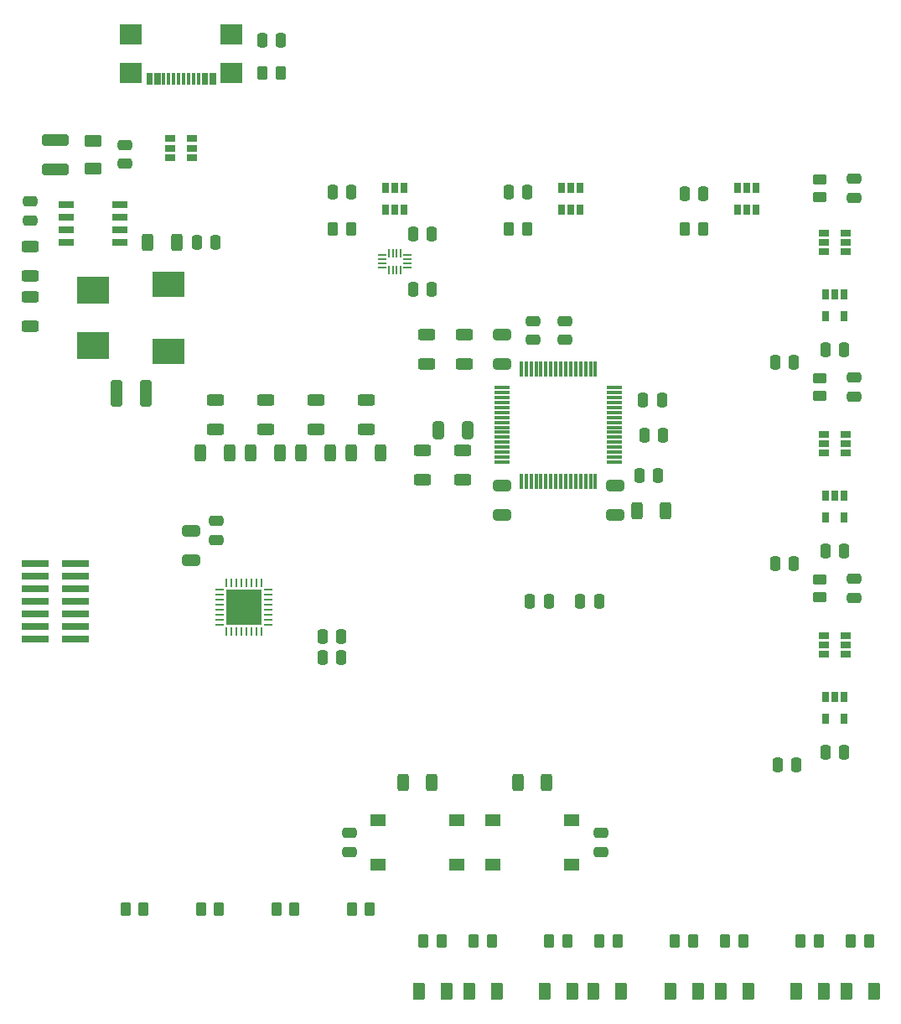
<source format=gtp>
%TF.GenerationSoftware,KiCad,Pcbnew,(5.99.0-12724-g8c8d66a181)*%
%TF.CreationDate,2021-10-09T23:30:49+02:00*%
%TF.ProjectId,MUXUS,4d555855-532e-46b6-9963-61645f706362,rev?*%
%TF.SameCoordinates,Original*%
%TF.FileFunction,Paste,Top*%
%TF.FilePolarity,Positive*%
%FSLAX46Y46*%
G04 Gerber Fmt 4.6, Leading zero omitted, Abs format (unit mm)*
G04 Created by KiCad (PCBNEW (5.99.0-12724-g8c8d66a181)) date 2021-10-09 23:30:49*
%MOMM*%
%LPD*%
G01*
G04 APERTURE LIST*
G04 Aperture macros list*
%AMRoundRect*
0 Rectangle with rounded corners*
0 $1 Rounding radius*
0 $2 $3 $4 $5 $6 $7 $8 $9 X,Y pos of 4 corners*
0 Add a 4 corners polygon primitive as box body*
4,1,4,$2,$3,$4,$5,$6,$7,$8,$9,$2,$3,0*
0 Add four circle primitives for the rounded corners*
1,1,$1+$1,$2,$3*
1,1,$1+$1,$4,$5*
1,1,$1+$1,$6,$7*
1,1,$1+$1,$8,$9*
0 Add four rect primitives between the rounded corners*
20,1,$1+$1,$2,$3,$4,$5,0*
20,1,$1+$1,$4,$5,$6,$7,0*
20,1,$1+$1,$6,$7,$8,$9,0*
20,1,$1+$1,$8,$9,$2,$3,0*%
G04 Aperture macros list end*
%ADD10RoundRect,0.250000X-0.250000X-0.475000X0.250000X-0.475000X0.250000X0.475000X-0.250000X0.475000X0*%
%ADD11RoundRect,0.250000X0.250000X0.475000X-0.250000X0.475000X-0.250000X-0.475000X0.250000X-0.475000X0*%
%ADD12RoundRect,0.250000X0.650000X-0.325000X0.650000X0.325000X-0.650000X0.325000X-0.650000X-0.325000X0*%
%ADD13RoundRect,0.250000X-0.325000X-0.650000X0.325000X-0.650000X0.325000X0.650000X-0.325000X0.650000X0*%
%ADD14RoundRect,0.250000X-0.650000X0.325000X-0.650000X-0.325000X0.650000X-0.325000X0.650000X0.325000X0*%
%ADD15RoundRect,0.250000X-0.475000X0.250000X-0.475000X-0.250000X0.475000X-0.250000X0.475000X0.250000X0*%
%ADD16RoundRect,0.250000X0.475000X-0.250000X0.475000X0.250000X-0.475000X0.250000X-0.475000X-0.250000X0*%
%ADD17RoundRect,0.250000X0.325000X1.100000X-0.325000X1.100000X-0.325000X-1.100000X0.325000X-1.100000X0*%
%ADD18RoundRect,0.250000X-0.375000X-0.625000X0.375000X-0.625000X0.375000X0.625000X-0.375000X0.625000X0*%
%ADD19R,3.300000X2.500000*%
%ADD20RoundRect,0.250000X0.625000X-0.375000X0.625000X0.375000X-0.625000X0.375000X-0.625000X-0.375000X0*%
%ADD21R,3.200000X2.800000*%
%ADD22RoundRect,0.250000X0.262500X0.450000X-0.262500X0.450000X-0.262500X-0.450000X0.262500X-0.450000X0*%
%ADD23RoundRect,0.250000X-0.625000X0.312500X-0.625000X-0.312500X0.625000X-0.312500X0.625000X0.312500X0*%
%ADD24RoundRect,0.250000X-0.312500X-0.625000X0.312500X-0.625000X0.312500X0.625000X-0.312500X0.625000X0*%
%ADD25RoundRect,0.250000X0.625000X-0.312500X0.625000X0.312500X-0.625000X0.312500X-0.625000X-0.312500X0*%
%ADD26RoundRect,0.250000X-0.262500X-0.450000X0.262500X-0.450000X0.262500X0.450000X-0.262500X0.450000X0*%
%ADD27RoundRect,0.250000X0.450000X-0.262500X0.450000X0.262500X-0.450000X0.262500X-0.450000X-0.262500X0*%
%ADD28RoundRect,0.250000X0.312500X0.625000X-0.312500X0.625000X-0.312500X-0.625000X0.312500X-0.625000X0*%
%ADD29R,1.550000X1.300000*%
%ADD30R,1.060000X0.650000*%
%ADD31R,0.650000X1.060000*%
%ADD32R,0.200000X0.850000*%
%ADD33R,0.850000X0.200000*%
%ADD34R,2.790000X0.740000*%
%ADD35R,1.525000X0.650000*%
%ADD36RoundRect,0.075000X0.700000X0.075000X-0.700000X0.075000X-0.700000X-0.075000X0.700000X-0.075000X0*%
%ADD37RoundRect,0.075000X0.075000X0.700000X-0.075000X0.700000X-0.075000X-0.700000X0.075000X-0.700000X0*%
%ADD38R,0.850000X0.250000*%
%ADD39R,0.250000X0.850000*%
%ADD40R,3.600000X3.600000*%
%ADD41RoundRect,0.250000X-1.100000X0.325000X-1.100000X-0.325000X1.100000X-0.325000X1.100000X0.325000X0*%
%ADD42R,0.300000X1.150000*%
%ADD43R,2.180000X2.000000*%
G04 APERTURE END LIST*
D10*
X68265000Y-73660000D03*
X70165000Y-73660000D03*
X73345000Y-73660000D03*
X75245000Y-73660000D03*
D11*
X43114000Y-17018000D03*
X41214000Y-17018000D03*
D12*
X76835000Y-64975000D03*
X76835000Y-62025000D03*
D13*
X58977000Y-56388000D03*
X61927000Y-56388000D03*
D14*
X65405000Y-46785000D03*
X65405000Y-49735000D03*
D12*
X65405000Y-64975000D03*
X65405000Y-62025000D03*
D11*
X81722000Y-56896000D03*
X79822000Y-56896000D03*
X81595000Y-53340000D03*
X79695000Y-53340000D03*
D15*
X71755000Y-45405000D03*
X71755000Y-47305000D03*
X68580000Y-45405000D03*
X68580000Y-47305000D03*
D16*
X100965000Y-73340000D03*
X100965000Y-71440000D03*
D10*
X48326000Y-32385000D03*
X50226000Y-32385000D03*
X56454000Y-42164000D03*
X58354000Y-42164000D03*
X93284000Y-90170000D03*
X95184000Y-90170000D03*
X98110000Y-88900000D03*
X100010000Y-88900000D03*
X47310000Y-77216000D03*
X49210000Y-77216000D03*
D16*
X100965000Y-53020000D03*
X100965000Y-51120000D03*
D10*
X66106000Y-32385000D03*
X68006000Y-32385000D03*
D16*
X75438000Y-98994000D03*
X75438000Y-97094000D03*
X50038000Y-98994000D03*
X50038000Y-97094000D03*
D10*
X93030000Y-69850000D03*
X94930000Y-69850000D03*
D15*
X27305000Y-27625000D03*
X27305000Y-29525000D03*
D10*
X98110000Y-68580000D03*
X100010000Y-68580000D03*
D11*
X36510000Y-37465000D03*
X34610000Y-37465000D03*
D16*
X17780000Y-35240000D03*
X17780000Y-33340000D03*
X100965000Y-32954000D03*
X100965000Y-31054000D03*
D10*
X83886000Y-32512000D03*
X85786000Y-32512000D03*
X93030000Y-49530000D03*
X94930000Y-49530000D03*
D17*
X29415000Y-52705000D03*
X26465000Y-52705000D03*
D10*
X98110000Y-48260000D03*
X100010000Y-48260000D03*
D18*
X100200000Y-113030000D03*
X103000000Y-113030000D03*
X95120000Y-113030000D03*
X97920000Y-113030000D03*
X87500000Y-113030000D03*
X90300000Y-113030000D03*
X82420000Y-113030000D03*
X85220000Y-113030000D03*
X74670000Y-113030000D03*
X77470000Y-113030000D03*
X69720000Y-113030000D03*
X72520000Y-113030000D03*
X62100000Y-113030000D03*
X64900000Y-113030000D03*
X57020000Y-113030000D03*
X59820000Y-113030000D03*
D19*
X31750000Y-41685000D03*
X31750000Y-48485000D03*
D20*
X24130000Y-29975000D03*
X24130000Y-27175000D03*
D21*
X24130000Y-42285000D03*
X24130000Y-47885000D03*
D22*
X43076500Y-20320000D03*
X41251500Y-20320000D03*
D23*
X57404000Y-58481500D03*
X57404000Y-61406500D03*
D24*
X79055500Y-64516000D03*
X81980500Y-64516000D03*
D22*
X97432500Y-107950000D03*
X95607500Y-107950000D03*
X89812500Y-107950000D03*
X87987500Y-107950000D03*
X84732500Y-107950000D03*
X82907500Y-107950000D03*
X77112500Y-107950000D03*
X75287500Y-107950000D03*
X72032500Y-107950000D03*
X70207500Y-107950000D03*
X64412500Y-107950000D03*
X62587500Y-107950000D03*
D25*
X36449000Y-56326500D03*
X36449000Y-53401500D03*
X41529000Y-56326500D03*
X41529000Y-53401500D03*
D22*
X59332500Y-107950000D03*
X57507500Y-107950000D03*
D26*
X48363500Y-36068000D03*
X50188500Y-36068000D03*
D23*
X57785000Y-46797500D03*
X57785000Y-49722500D03*
D24*
X67037505Y-91948000D03*
X69962505Y-91948000D03*
D27*
X97536000Y-52982500D03*
X97536000Y-51157500D03*
D26*
X66143500Y-36068000D03*
X67968500Y-36068000D03*
D24*
X55433500Y-91948000D03*
X58358500Y-91948000D03*
D26*
X27385000Y-104775000D03*
X29210000Y-104775000D03*
X35005000Y-104775000D03*
X36830000Y-104775000D03*
X42625000Y-104775000D03*
X44450000Y-104775000D03*
X50245000Y-104775000D03*
X52070000Y-104775000D03*
D28*
X32577500Y-37465000D03*
X29652500Y-37465000D03*
D27*
X97536000Y-32916500D03*
X97536000Y-31091500D03*
D26*
X83923500Y-36068000D03*
X85748500Y-36068000D03*
D25*
X17780000Y-45912500D03*
X17780000Y-42987500D03*
X17780000Y-40832500D03*
X17780000Y-37907500D03*
D29*
X60871000Y-95794000D03*
X52921000Y-95794000D03*
X60871000Y-100294000D03*
X52921000Y-100294000D03*
D30*
X34120000Y-28890000D03*
X34120000Y-27940000D03*
X34120000Y-26990000D03*
X31920000Y-26990000D03*
X31920000Y-27940000D03*
X31920000Y-28890000D03*
X100160000Y-79055000D03*
X100160000Y-78105000D03*
X100160000Y-77155000D03*
X97960000Y-77155000D03*
X97960000Y-78105000D03*
X97960000Y-79055000D03*
D31*
X55560000Y-31920000D03*
X54610000Y-31920000D03*
X53660000Y-31920000D03*
X53660000Y-34120000D03*
X54610000Y-34120000D03*
X55560000Y-34120000D03*
X100010000Y-83355000D03*
X99060000Y-83355000D03*
X98110000Y-83355000D03*
X98110000Y-85555000D03*
X100010000Y-85555000D03*
D32*
X55210000Y-38520000D03*
X54810000Y-38520000D03*
X54410000Y-38520000D03*
X54010000Y-38520000D03*
D33*
X53360000Y-38770000D03*
X53360000Y-39170000D03*
X53360000Y-39570000D03*
X53360000Y-39970000D03*
D32*
X54010000Y-40220000D03*
X54410000Y-40220000D03*
X54810000Y-40220000D03*
X55210000Y-40220000D03*
D33*
X55860000Y-39970000D03*
X55860000Y-39570000D03*
X55860000Y-39170000D03*
X55860000Y-38770000D03*
D31*
X73340000Y-31920000D03*
X72390000Y-31920000D03*
X71440000Y-31920000D03*
X71440000Y-34120000D03*
X72390000Y-34120000D03*
X73340000Y-34120000D03*
X91120000Y-31920000D03*
X90170000Y-31920000D03*
X89220000Y-31920000D03*
X89220000Y-34120000D03*
X90170000Y-34120000D03*
X91120000Y-34120000D03*
D29*
X64525005Y-95794000D03*
X72475005Y-95794000D03*
X72475005Y-100294000D03*
X64525005Y-100294000D03*
D34*
X18285000Y-69850000D03*
X22355000Y-69850000D03*
X18285000Y-71120000D03*
X22355000Y-71120000D03*
X18285000Y-72390000D03*
X22355000Y-72390000D03*
X18285000Y-73660000D03*
X22355000Y-73660000D03*
X18285000Y-74930000D03*
X22355000Y-74930000D03*
X18285000Y-76200000D03*
X22355000Y-76200000D03*
X18285000Y-77470000D03*
X22355000Y-77470000D03*
D35*
X21418000Y-33655000D03*
X21418000Y-34925000D03*
X21418000Y-36195000D03*
X21418000Y-37465000D03*
X26842000Y-37465000D03*
X26842000Y-36195000D03*
X26842000Y-34925000D03*
X26842000Y-33655000D03*
D22*
X102512500Y-107950000D03*
X100687500Y-107950000D03*
D23*
X61468000Y-58481500D03*
X61468000Y-61406500D03*
D30*
X100160000Y-38415000D03*
X100160000Y-37465000D03*
X100160000Y-36515000D03*
X97960000Y-36515000D03*
X97960000Y-37465000D03*
X97960000Y-38415000D03*
D31*
X100010000Y-42715000D03*
X99060000Y-42715000D03*
X98110000Y-42715000D03*
X98110000Y-44915000D03*
X100010000Y-44915000D03*
X100010000Y-63035000D03*
X99060000Y-63035000D03*
X98110000Y-63035000D03*
X98110000Y-65235000D03*
X100010000Y-65235000D03*
D30*
X100160000Y-58735000D03*
X100160000Y-57785000D03*
X100160000Y-56835000D03*
X97960000Y-56835000D03*
X97960000Y-57785000D03*
X97960000Y-58735000D03*
D23*
X61595000Y-46797500D03*
X61595000Y-49722500D03*
D28*
X37911500Y-58674000D03*
X34986500Y-58674000D03*
D10*
X47310000Y-79375000D03*
X49210000Y-79375000D03*
X56454000Y-36576000D03*
X58354000Y-36576000D03*
D27*
X97536000Y-73302500D03*
X97536000Y-71477500D03*
D36*
X76795000Y-59630000D03*
X76795000Y-59130000D03*
X76795000Y-58630000D03*
X76795000Y-58130000D03*
X76795000Y-57630000D03*
X76795000Y-57130000D03*
X76795000Y-56630000D03*
X76795000Y-56130000D03*
X76795000Y-55630000D03*
X76795000Y-55130000D03*
X76795000Y-54630000D03*
X76795000Y-54130000D03*
X76795000Y-53630000D03*
X76795000Y-53130000D03*
X76795000Y-52630000D03*
X76795000Y-52130000D03*
D37*
X74870000Y-50205000D03*
X74370000Y-50205000D03*
X73870000Y-50205000D03*
X73370000Y-50205000D03*
X72870000Y-50205000D03*
X72370000Y-50205000D03*
X71870000Y-50205000D03*
X71370000Y-50205000D03*
X70870000Y-50205000D03*
X70370000Y-50205000D03*
X69870000Y-50205000D03*
X69370000Y-50205000D03*
X68870000Y-50205000D03*
X68370000Y-50205000D03*
X67870000Y-50205000D03*
X67370000Y-50205000D03*
D36*
X65445000Y-52130000D03*
X65445000Y-52630000D03*
X65445000Y-53130000D03*
X65445000Y-53630000D03*
X65445000Y-54130000D03*
X65445000Y-54630000D03*
X65445000Y-55130000D03*
X65445000Y-55630000D03*
X65445000Y-56130000D03*
X65445000Y-56630000D03*
X65445000Y-57130000D03*
X65445000Y-57630000D03*
X65445000Y-58130000D03*
X65445000Y-58630000D03*
X65445000Y-59130000D03*
X65445000Y-59630000D03*
D37*
X67370000Y-61555000D03*
X67870000Y-61555000D03*
X68370000Y-61555000D03*
X68870000Y-61555000D03*
X69370000Y-61555000D03*
X69870000Y-61555000D03*
X70370000Y-61555000D03*
X70870000Y-61555000D03*
X71370000Y-61555000D03*
X71870000Y-61555000D03*
X72370000Y-61555000D03*
X72870000Y-61555000D03*
X73370000Y-61555000D03*
X73870000Y-61555000D03*
X74370000Y-61555000D03*
X74870000Y-61555000D03*
D25*
X51689000Y-56326500D03*
X51689000Y-53401500D03*
D28*
X53151500Y-58674000D03*
X50226500Y-58674000D03*
D38*
X36920000Y-72545000D03*
X36920000Y-73045000D03*
X36920000Y-73545000D03*
X36920000Y-74045000D03*
X36920000Y-74545000D03*
X36920000Y-75045000D03*
X36920000Y-75545000D03*
X36920000Y-76045000D03*
D39*
X37620000Y-76745000D03*
X38120000Y-76745000D03*
X38620000Y-76745000D03*
X39120000Y-76745000D03*
X39620000Y-76745000D03*
X40120000Y-76745000D03*
X40620000Y-76745000D03*
X41120000Y-76745000D03*
D38*
X41820000Y-76045000D03*
X41820000Y-75545000D03*
X41820000Y-75045000D03*
X41820000Y-74545000D03*
X41820000Y-74045000D03*
X41820000Y-73545000D03*
X41820000Y-73045000D03*
X41820000Y-72545000D03*
D39*
X41120000Y-71845000D03*
X40620000Y-71845000D03*
X40120000Y-71845000D03*
X39620000Y-71845000D03*
X39120000Y-71845000D03*
X38620000Y-71845000D03*
X38120000Y-71845000D03*
X37620000Y-71845000D03*
D40*
X39370000Y-74295000D03*
D25*
X46609000Y-56326500D03*
X46609000Y-53401500D03*
D28*
X42991500Y-58674000D03*
X40066500Y-58674000D03*
X48071500Y-58674000D03*
X45146500Y-58674000D03*
D11*
X81214000Y-60960000D03*
X79314000Y-60960000D03*
D12*
X34036000Y-69547000D03*
X34036000Y-66597000D03*
D16*
X36576000Y-67498000D03*
X36576000Y-65598000D03*
D41*
X20320000Y-27100000D03*
X20320000Y-30050000D03*
D42*
X36370000Y-20950000D03*
X35570000Y-20950000D03*
X34270000Y-20950000D03*
X33270000Y-20950000D03*
X32770000Y-20950000D03*
X31770000Y-20950000D03*
X30470000Y-20950000D03*
X29670000Y-20950000D03*
X29970000Y-20950000D03*
X30770000Y-20950000D03*
X31270000Y-20950000D03*
X32270000Y-20950000D03*
X33770000Y-20950000D03*
X34770000Y-20950000D03*
X35270000Y-20950000D03*
X36070000Y-20950000D03*
D43*
X27910000Y-20375000D03*
X38130000Y-20375000D03*
X38130000Y-16445000D03*
X27910000Y-16445000D03*
M02*

</source>
